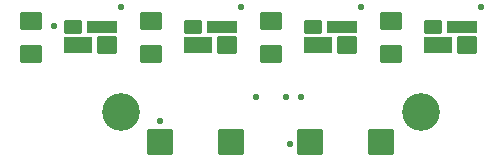
<source format=gts>
G04 --- HEADER BEGIN --- *
G04 #@! TF.GenerationSoftware,LibrePCB,LibrePCB,1.1.0*
G04 #@! TF.CreationDate,2024-04-23T21:30:37*
G04 #@! TF.ProjectId,interfaceboard,7d1f5418-6340-4453-96b2-d8471fb3e645,version_1*
G04 #@! TF.Part,Single*
G04 #@! TF.SameCoordinates*
G04 #@! TF.FileFunction,Soldermask,Top*
G04 #@! TF.FilePolarity,Negative*
%FSLAX66Y66*%
%MOMM*%
G01*
G75*
G04 --- HEADER END --- *
G04 --- APERTURE LIST BEGIN --- *
%AMROUNDEDRECT10*20,1,1.4032,-1.1,0.0,1.1,0.0,0.0*20,1,1.2,-1.2016,0.0,1.2016,0.0,0.0*1,1,0.2032,-1.1,0.6*1,1,0.2032,1.1,0.6*1,1,0.2032,1.1,-0.6*1,1,0.2032,-1.1,-0.6*%
%ADD10ROUNDEDRECT10*%
%AMROUNDEDRECT11*20,1,1.5032,-0.75,0.0,0.75,0.0,0.0*20,1,1.3,-0.8516,0.0,0.8516,0.0,0.0*1,1,0.2032,-0.75,0.65*1,1,0.2032,0.75,0.65*1,1,0.2032,0.75,-0.65*1,1,0.2032,-0.75,-0.65*%
%ADD11ROUNDEDRECT11*%
%AMROUNDEDRECT12*20,1,1.0032,-1.2,0.0,1.2,0.0,0.0*20,1,0.8,-1.3016,0.0,1.3016,0.0,0.0*1,1,0.2032,-1.2,0.4*1,1,0.2032,1.2,0.4*1,1,0.2032,1.2,-0.4*1,1,0.2032,-1.2,-0.4*%
%ADD12ROUNDEDRECT12*%
%AMROUNDEDRECT13*20,1,1.1032,-0.65,0.0,0.65,0.0,0.0*20,1,0.9,-0.7516,0.0,0.7516,0.0,0.0*1,1,0.2032,-0.65,0.45*1,1,0.2032,0.65,0.45*1,1,0.2032,0.65,-0.45*1,1,0.2032,-0.65,-0.45*%
%ADD13ROUNDEDRECT13*%
%AMROUNDEDRECT14*20,1,1.6032,-0.8,0.0,0.8,0.0,0.0*20,1,1.4,-0.9016,0.0,0.9016,0.0,0.0*1,1,0.2032,-0.8,0.7*1,1,0.2032,0.8,0.7*1,1,0.2032,0.8,-0.7*1,1,0.2032,-0.8,-0.7*%
%ADD14ROUNDEDRECT14*%
%AMROUNDEDRECT15*20,1,2.2032,-1.0,0.0,1.0,0.0,0.0*20,1,2.0,-1.1016,0.0,1.1016,0.0,0.0*1,1,0.2032,-1.0,1.0*1,1,0.2032,1.0,1.0*1,1,0.2032,1.0,-1.0*1,1,0.2032,-1.0,-1.0*%
%ADD15ROUNDEDRECT15*%
%ADD16C,0.5532*%
%ADD17C,3.2032*%
G04 --- APERTURE LIST END --- *
G04 --- BOARD BEGIN --- *
D10*
G04 #@! TO.C,D1*
X23080000Y51370000D03*
D11*
X25530000Y51420000D03*
D12*
X25080000Y52970000D03*
D13*
X22630000Y52920000D03*
D10*
G04 #@! TO.C,D3*
X43400000Y51370000D03*
D11*
X45850000Y51420000D03*
D12*
X45400000Y52970000D03*
D13*
X42950000Y52920000D03*
D10*
G04 #@! TO.C,D2*
X33240000Y51370000D03*
D11*
X35690000Y51420000D03*
D12*
X35240000Y52970000D03*
D13*
X32790000Y52920000D03*
D14*
G04 #@! TO.C,C1*
X19050000Y50670000D03*
X19050000Y53470000D03*
D10*
G04 #@! TO.C,D4*
X53560000Y51370000D03*
D11*
X56010000Y51420000D03*
D12*
X55560000Y52970000D03*
D13*
X53110000Y52920000D03*
D15*
G04 #@! TO.C,SW1*
X36020000Y43180000D03*
X30020000Y43180000D03*
D14*
G04 #@! TO.C,C4*
X49530000Y50670000D03*
X49530000Y53470000D03*
G04 #@! TO.C,C3*
X39370000Y50670000D03*
X39370000Y53470000D03*
G04 #@! TO.C,C2*
X29210000Y50670000D03*
X29210000Y53470000D03*
D15*
G04 #@! TO.C,SW2*
X48720000Y43180000D03*
X42720000Y43180000D03*
D16*
G04 #@! TD*
X57150000Y54610000D03*
X26670000Y54610000D03*
X40640000Y46990000D03*
X46990000Y54610000D03*
X21000000Y53000000D03*
X41910000Y46990000D03*
X38100000Y46990000D03*
X30000000Y45000000D03*
X41000000Y43000000D03*
X36830000Y54610000D03*
D17*
X52070000Y45720000D03*
X26670000Y45720000D03*
G04 --- BOARD END --- *
G04 #@! TF.MD5,a66b133bb04f269055cd14a33d7a0a7f*
M02*

</source>
